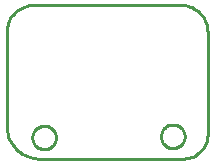
<source format=gbr>
G04 EAGLE Gerber RS-274X export*
G75*
%MOMM*%
%FSLAX34Y34*%
%LPD*%
%IN*%
%IPPOS*%
%AMOC8*
5,1,8,0,0,1.08239X$1,22.5*%
G01*
%ADD10C,0.254000*%


D10*
X71120Y76200D02*
X71169Y73818D01*
X71425Y71449D01*
X71886Y69111D01*
X72550Y66823D01*
X73410Y64601D01*
X74461Y62462D01*
X75694Y60424D01*
X77100Y58500D01*
X78668Y56706D01*
X80387Y55056D01*
X82243Y53562D01*
X84223Y52236D01*
X86310Y51087D01*
X88489Y50124D01*
X90745Y49355D01*
X93058Y48785D01*
X95413Y48419D01*
X97790Y48260D01*
X219685Y48285D01*
X221513Y48310D01*
X223333Y48494D01*
X225130Y48835D01*
X226890Y49332D01*
X228600Y49980D01*
X230247Y50775D01*
X231819Y51711D01*
X233303Y52780D01*
X234688Y53974D01*
X235964Y55284D01*
X237121Y56701D01*
X238150Y58213D01*
X239043Y59809D01*
X239794Y61477D01*
X240396Y63204D01*
X240846Y64976D01*
X241140Y66781D01*
X241275Y68605D01*
X241275Y155473D01*
X241188Y157466D01*
X240927Y159443D01*
X240496Y161390D01*
X239896Y163292D01*
X239133Y165134D01*
X238212Y166903D01*
X237140Y168585D01*
X235926Y170168D01*
X234579Y171638D01*
X233109Y172985D01*
X231527Y174199D01*
X229845Y175271D01*
X228076Y176192D01*
X226233Y176955D01*
X224331Y177554D01*
X222384Y177986D01*
X220407Y178246D01*
X218415Y178333D01*
X93980Y178308D01*
X91988Y178221D01*
X90010Y177961D01*
X88063Y177529D01*
X86161Y176929D01*
X84319Y176166D01*
X82550Y175245D01*
X80868Y174174D01*
X79286Y172960D01*
X77816Y171612D01*
X76468Y170142D01*
X75254Y168560D01*
X74183Y166878D01*
X73262Y165109D01*
X72499Y163267D01*
X71899Y161365D01*
X71467Y159418D01*
X71207Y157440D01*
X71120Y155448D01*
X71120Y76200D01*
X112870Y65603D02*
X112794Y64734D01*
X112642Y63874D01*
X112416Y63030D01*
X112118Y62210D01*
X111749Y61418D01*
X111312Y60662D01*
X110811Y59947D01*
X110250Y59278D01*
X109632Y58660D01*
X108963Y58099D01*
X108248Y57598D01*
X107492Y57161D01*
X106700Y56792D01*
X105880Y56494D01*
X105036Y56268D01*
X104177Y56116D01*
X103307Y56040D01*
X102433Y56040D01*
X101564Y56116D01*
X100704Y56268D01*
X99860Y56494D01*
X99040Y56792D01*
X98248Y57161D01*
X97492Y57598D01*
X96777Y58099D01*
X96108Y58660D01*
X95490Y59278D01*
X94929Y59947D01*
X94428Y60662D01*
X93991Y61418D01*
X93622Y62210D01*
X93324Y63030D01*
X93098Y63874D01*
X92946Y64734D01*
X92870Y65603D01*
X92870Y66477D01*
X92946Y67347D01*
X93098Y68206D01*
X93324Y69050D01*
X93622Y69870D01*
X93991Y70662D01*
X94428Y71418D01*
X94929Y72133D01*
X95490Y72802D01*
X96108Y73420D01*
X96777Y73981D01*
X97492Y74482D01*
X98248Y74919D01*
X99040Y75288D01*
X99860Y75586D01*
X100704Y75812D01*
X101564Y75964D01*
X102433Y76040D01*
X103307Y76040D01*
X104177Y75964D01*
X105036Y75812D01*
X105880Y75586D01*
X106700Y75288D01*
X107492Y74919D01*
X108248Y74482D01*
X108963Y73981D01*
X109632Y73420D01*
X110250Y72802D01*
X110811Y72133D01*
X111312Y71418D01*
X111749Y70662D01*
X112118Y69870D01*
X112416Y69050D01*
X112642Y68206D01*
X112794Y67347D01*
X112870Y66477D01*
X112870Y65603D01*
X221836Y66619D02*
X221760Y65750D01*
X221608Y64890D01*
X221382Y64046D01*
X221084Y63226D01*
X220715Y62434D01*
X220278Y61678D01*
X219777Y60963D01*
X219216Y60294D01*
X218598Y59676D01*
X217929Y59115D01*
X217214Y58614D01*
X216458Y58177D01*
X215666Y57808D01*
X214846Y57510D01*
X214002Y57284D01*
X213143Y57132D01*
X212273Y57056D01*
X211399Y57056D01*
X210530Y57132D01*
X209670Y57284D01*
X208826Y57510D01*
X208006Y57808D01*
X207214Y58177D01*
X206458Y58614D01*
X205743Y59115D01*
X205074Y59676D01*
X204456Y60294D01*
X203895Y60963D01*
X203394Y61678D01*
X202957Y62434D01*
X202588Y63226D01*
X202290Y64046D01*
X202064Y64890D01*
X201912Y65750D01*
X201836Y66619D01*
X201836Y67493D01*
X201912Y68363D01*
X202064Y69222D01*
X202290Y70066D01*
X202588Y70886D01*
X202957Y71678D01*
X203394Y72434D01*
X203895Y73149D01*
X204456Y73818D01*
X205074Y74436D01*
X205743Y74997D01*
X206458Y75498D01*
X207214Y75935D01*
X208006Y76304D01*
X208826Y76602D01*
X209670Y76828D01*
X210530Y76980D01*
X211399Y77056D01*
X212273Y77056D01*
X213143Y76980D01*
X214002Y76828D01*
X214846Y76602D01*
X215666Y76304D01*
X216458Y75935D01*
X217214Y75498D01*
X217929Y74997D01*
X218598Y74436D01*
X219216Y73818D01*
X219777Y73149D01*
X220278Y72434D01*
X220715Y71678D01*
X221084Y70886D01*
X221382Y70066D01*
X221608Y69222D01*
X221760Y68363D01*
X221836Y67493D01*
X221836Y66619D01*
M02*

</source>
